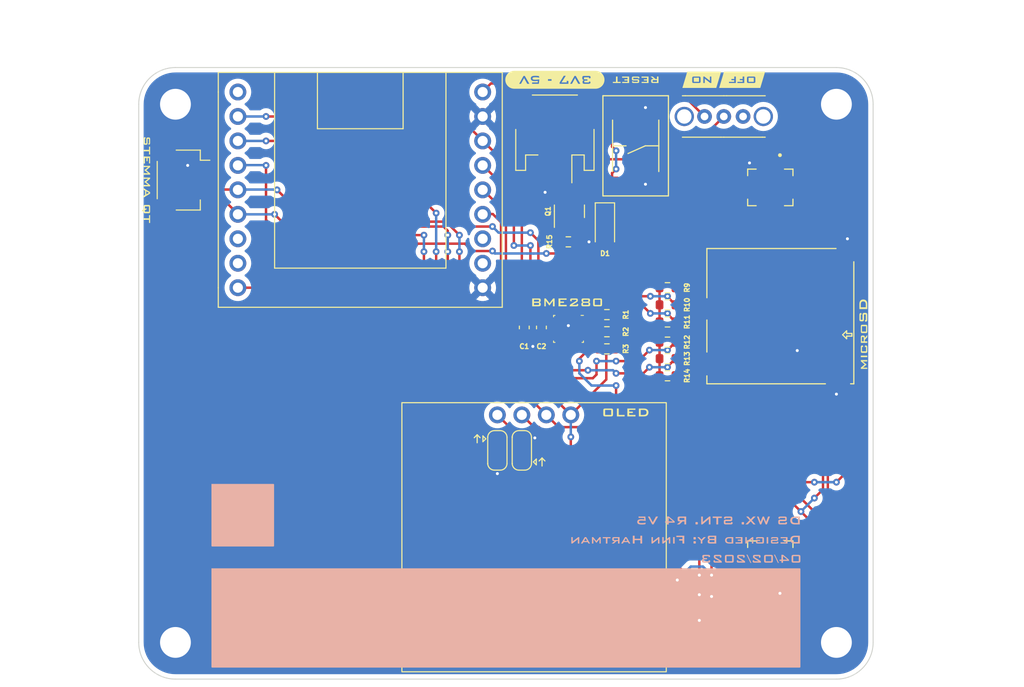
<source format=kicad_pcb>
(kicad_pcb (version 20211014) (generator pcbnew)
  (title_block (title "Destination Weather Station R4") (date "2023-04-02") (rev "04") (comment 1 "Finn Hartman") (comment 2 "PROTOTYPE") (comment 3 "2023"))
  (layers (0 "F.Cu" signal) (31 "B.Cu" power) (34 "B.Paste" user) (35 "F.Paste" user) (36 "B.SilkS" user "B.Silkscreen") (37 "F.SilkS" user "F.Silkscreen") (38 "B.Mask" user) (39 "F.Mask" user) (44 "Edge.Cuts" user))
  (net 0 "")
  (net 1 "+3V3")
  (net 3 "SCL")
  (net 6 "/Q1S")
  (net 7 "GND")
  (net 8 "/Batt+")
  (net 9 "VCC")
  (net 10 "Signal_UVA")
  (net 11 "/OLED1")
  (net 12 "SCK")
  (net 13 "MOSI")
  (net 14 "/OLED2")
  (net 15 "/Q1G")
  (net 16 "/BME_CS")
  (net 19 "Signal_UVB")
  (net 20 "CS_SD")
  (net 21 "SDA")
  (net 25 "/DAT2")
  (net 26 "/DAT1")
  (net 27 "MISO")
  (net 28 "/XIAO_RST")
  (footprint "Resistor_SMD:R_0603_1608Metric" (layer "F.Cu") (at 161.6075 96.774)
    (fp_text reference "R1")
    (fp_text value "10K")
  )
  (footprint "DS-connectors:OLED_module" (layer "F.Cu") (at 154.051 100.838)
    (fp_text reference "U2" hide)
    (fp_text value "OLED_module")
  )
  (footprint "Capacitor_SMD:C_0603_1608Metric" (layer "F.Cu") (at 154.813 98.1075 90)
    (fp_text reference "C2")
    (fp_text value "0.1uF")
  )
  (footprint "DS-connectors:HRS_DF12NB(3.0)-10DP-0.5V(51)" (layer "F.Cu") (at 178.562 122.174)
    (fp_text reference "J2" hide)
    (fp_text value "DF12NB(3.0)-10DP-0.5V(51)")
  )
  (footprint "MountingHole:MountingHole_3.2mm_M3_DIN965_Pad" (layer "F.Cu") (at 185.42 130.81)
    (fp_text reference "H4" hide)
    (fp_text value "M3")
  )
  (footprint "DS-connectors:SW_SPDT" (layer "F.Cu") (at 173.736 69.2)
    (fp_text reference "SW1" hide)
    (fp_text value "SW_SPDT")
  )
  (footprint "Resistor_SMD:R_0603_1608Metric" (layer "F.Cu") (at 167.894 95.758)
    (fp_text reference "R10")
    (fp_text value "10K")
  )
  (footprint "kibuzzard-63A14586" (layer "F.Cu") (at 156.21 72.39 180)
    (fp_text reference "kibuzzard-63A14586" hide)
    (fp_text value "G***" hide)
  )
  (footprint "Resistor_SMD:R_0603_1608Metric" (layer "F.Cu") (at 161.6075 100.33)
    (fp_text reference "R3")
    (fp_text value "10K")
  )
  (footprint "MountingHole:MountingHole_3.2mm_M3_DIN965_Pad" (layer "F.Cu") (at 116.84 74.93)
    (fp_text reference "H1" hide)
    (fp_text value "M3")
  )
  (footprint "DS-connectors:XiaoCarrier" (layer "F.Cu") (at 136.017 68.58)
    (fp_text reference "U3" hide)
    (fp_text value "XiaoCarrier")
  )
  (footprint "MountingHole:MountingHole_3.2mm_M3_DIN965_Pad" (layer "F.Cu") (at 116.84 130.81)
    (fp_text reference "H3" hide)
    (fp_text value "M3")
  )
  (footprint "Resistor_SMD:R_0603_1608Metric" (layer "F.Cu") (at 157.607 89.2175)
    (fp_text reference "R15")
    (fp_text value "100R")
  )
  (footprint "Package_TO_SOT_SMD:SOT-23" (layer "F.Cu") (at 157.718 86.0435 90)
    (fp_text reference "Q1")
    (fp_text value "DMP3056L")
  )
  (footprint "Capacitor_SMD:C_0603_1608Metric" (layer "F.Cu") (at 153.035 98.1075 90)
    (fp_text reference "C1")
    (fp_text value "0.1uF")
  )
  (footprint "kibuzzard-63A1452B" (layer "F.Cu") (at 164.592 72.39 180)
    (fp_text reference "kibuzzard-63A1452B" hide)
    (fp_text value "G***" hide)
  )
  (footprint "kibuzzard-64039D9C" (layer "F.Cu") (at 175.641 72.39 180)
    (fp_text reference "kibuzzard-64039D9C" hide)
    (fp_text value "G***" hide)
  )
  (footprint "Resistor_SMD:R_0603_1608Metric" (layer "F.Cu") (at 161.6075 98.552)
    (fp_text reference "R2")
    (fp_text value "10K")
  )
  (footprint "Resistor_SMD:R_0603_1608Metric" (layer "F.Cu") (at 167.894 97.536)
    (fp_text reference "R11")
    (fp_text value "10K")
  )
  (footprint "kibuzzard-63A14452" (layer "F.Cu") (at 188.214 98.806 90)
    (fp_text reference "kibuzzard-63A14452" hide)
    (fp_text value "G***" hide)
  )
  (footprint "Jumper:SolderJumper-3_P1.3mm_Open_RoundedPad1.0x1.5mm" (layer "F.Cu") (at 152.781 110.871 90)
    (fp_text reference "JP2" hide)
    (fp_text value "Jumper_3_Open")
  )
  (footprint "Diode_SMD:D_SOD-123" (layer "F.Cu") (at 161.401 87.568491 -90)
    (fp_text reference "D1")
    (fp_text value "MMSZ4702T1G")
  )
  (footprint "Resistor_SMD:R_0603_1608Metric" (layer "F.Cu") (at 167.894 93.98)
    (fp_text reference "R9")
    (fp_text value "10K")
  )
  (footprint "kibuzzard-63A147A6" (layer "F.Cu") (at 157.48 95.504)
    (fp_text reference "kibuzzard-63A147A6" hide)
    (fp_text value "G***" hide)
  )
  (footprint "DS-connectors:HRS_DF12NB(3.0)-10DP-0.5V(51)" (layer "F.Cu") (at 178.562 83.566 180)
    (fp_text reference "J1" hide)
    (fp_text value "DF12NB(3.0)-10DP-0.5V(51)")
  )
  (footprint "MF_Connectors:MF_Connectors-MF-MICROSD" (layer "F.Cu") (at 179.6034 96.93402 -90)
    (fp_text reference "J4" hide)
    (fp_text value "Micro_SD_Card_Det")
  )
  (footprint "Connector_JST:JST_PH_S2B-PH-SM4-TB_1x02-1MP_P2.00mm_Horizontal" (layer "F.Cu") (at 156.21 78.486 180)
    (fp_text reference "J3" hide)
    (fp_text value "Power In")
  )
  (footprint "MF_Switches:MF_Switches-TACT6MM" (layer "F.Cu") (at 164.592 79.248 90)
    (fp_text reference "SW2")
    (fp_text value "PTS645SH43SMTR92LFS")
  )
  (footprint "kibuzzard-63A143BA" (layer "F.Cu") (at 163.576 106.934)
    (fp_text reference "kibuzzard-63A143BA" hide)
    (fp_text value "G***" hide)
  )
  (footprint "Connector_JST:JST_SH_SM04B-SRSS-TB_1x04-1MP_P1.00mm_Horizontal" (layer "F.Cu") (at 117.634004 82.804 -90)
    (fp_text reference "J5" hide)
    (fp_text value "STEMMA QT Connector")
  )
  (footprint "Resistor_SMD:R_0603_1608Metric" (layer "F.Cu") (at 167.894 101.346)
    (fp_text reference "R13")
    (fp_text value "10K")
  )
  (footprint "kibuzzard-64039D84" (layer "F.Cu") (at 171.45 72.39)
    (fp_text reference "kibuzzard-64039D84" hide)
    (fp_text value "G***" hide)
  )
  (footprint "Jumper:SolderJumper-3_P1.3mm_Open_RoundedPad1.0x1.5mm" (layer "F.Cu") (at 150.241 110.871 -90)
    (fp_text reference "JP1" hide)
    (fp_text value "Jumper_3_Open")
  )
  (footprint "kibuzzard-63A146BA" (layer "F.Cu") (at 113.792 82.804 -90)
    (fp_text reference "kibuzzard-63A146BA" hide)
    (fp_text value "G***" hide)
  )
  (footprint "Resistor_SMD:R_0603_1608Metric" (layer "F.Cu") (at 167.894 103.124)
    (fp_text reference "R14")
    (fp_text value "10K")
  )
  (footprint "Resistor_SMD:R_0603_1608Metric" (layer "F.Cu") (at 167.894 99.6315)
    (fp_text reference "R12")
    (fp_text value "10K")
  )
  (footprint "DS-sensors:Bosch_LGA-8_2.5x2.5mm_P0.65mm_ClockwisePinNumbering" (layer "F.Cu") (at 157.6234 98.257 -90)
    (fp_text reference "U1" hide)
    (fp_text value "BME280")
  )
  (footprint "MountingHole:MountingHole_3.2mm_M3_DIN965_Pad" (layer "F.Cu") (at 185.42 74.93)
    (fp_text reference "H2" hide)
    (fp_text value "M3")
  )
  (footprint "kibuzzard-6429C5F6" (layer "B.Cu") (at 169.799 120.142 180)
    (fp_text reference "kibuzzard-6429C5F6" hide)
    (fp_text value "G***" hide)
  )
  (gr_rect (start 120.65 133.35) (end 181.61 123.19) (layer "B.SilkS") (width 0.15) (fill solid))
  (gr_rect (start 120.65 114.427) (end 127 120.777) (layer "B.SilkS") (width 0.15) (fill solid))
  (gr_line (start 154.8765 111.66475) (end 154.8765 112.49025) (layer "F.SilkS") (width 0.127))
  (gr_line (start 154.8765 111.66475) (end 155.176524 111.964774) (layer "F.SilkS") (width 0.127))
  (gr_line (start 148.1455 109.25175) (end 148.1455 110.07725) (layer "F.SilkS") (width 0.127))
  (gr_line (start 147.8455 109.551774) (end 148.1455 109.25175) (layer "F.SilkS") (width 0.127))
  (gr_line (start 148.1455 109.25175) (end 148.445524 109.551774) (layer "F.SilkS") (width 0.127))
  (gr_line (start 154.5765 111.964774) (end 154.8765 111.66475) (layer "F.SilkS") (width 0.127))
  (gr_line (start 185.42 71.12) (end 116.84 71.12) (layer "Edge.Cuts") (width 0.1))
  (gr_arc (start 113.03 74.93) (mid 114.145923 72.235923) (end 116.84 71.12) (layer "Edge.Cuts") (width 0.1))
  (gr_line (start 113.03 130.81) (end 113.03 74.93) (layer "Edge.Cuts") (width 0.1))
  (gr_arc (start 116.84 134.62) (mid 114.145923 133.504077) (end 113.03 130.81) (layer "Edge.Cuts") (width 0.1))
  (gr_line (start 185.42 134.62) (end 116.84 134.62) (layer "Edge.Cuts") (width 0.1))
  (gr_line (start 189.23 130.81) (end 189.23 74.93) (layer "Edge.Cuts") (width 0.1))
  (gr_arc (start 185.42 71.12) (mid 188.114077 72.235923) (end 189.23 74.93) (layer "Edge.Cuts") (width 0.1))
  (gr_arc (start 189.23 130.81) (mid 188.114077 133.504077) (end 185.42 134.62) (layer "Edge.Cuts") (width 0.1))
  (segment (start 178.562 80.518) (end 178.562 81.766) (width 0.254) (layer "F.Cu") (net 1))
  (segment (start 174.625 80.899) (end 175.514 80.01) (width 0.254) (layer "F.Cu") (net 1))
  (segment (start 155.829 97.536) (end 155.829 97.4852) (width 0.25) (layer "F.Cu") (net 1))
  (segment (start 119.642 82.296) (end 121.031 82.296) (width 0.254) (layer "F.Cu") (net 1))
  (segment (start 178.2064 125.73) (end 178.562 125.3744) (width 0.254) (layer "F.Cu") (net 1))
  (segment (start 155.575 97.282) (end 155.702 97.282) (width 0.25) (layer "F.Cu") (net 1))
  (segment (start 152.781 113.538) (end 152.781 112.171) (width 0.254) (layer "F.Cu") (net 1))
  (segment (start 162.432 98.552) (end 162.432 100.33) (width 0.254) (layer "F.Cu") (net 1))
  (segment (start 181.356 98.552) (end 170.18 98.552) (width 0.254) (layer "F.Cu") (net 1))
  (segment (start 182.95366 98.29292) (end 181.61108 98.29292) (width 0.25) (layer "F.Cu") (net 1))
  (segment (start 152.4635 113.8555) (end 152.781 113.538) (width 0.254) (layer "F.Cu") (net 1))
  (segment (start 148.717 113.411) (end 149.479 114.173) (width 0.254) (layer "F.Cu") (net 1))
  (segment (start 172.466 123.825) (end 172.466 113.538) (width 0.254) (layer "F.Cu") (net 1))
  (segment (start 162.432 98.552) (end 167.006 98.552) (width 0.254) (layer "F.Cu") (net 1))
  (segment (start 167.069 108.141) (end 167.069 103.124) (width 0.254) (layer "F.Cu") (net 1))
  (segment (start 119.634 82.304) (end 119.642 82.296) (width 0.254) (layer "F.Cu") (net 1))
  (segment (start 149.479 114.173) (end 152.146 114.173) (width 0.254) (layer "F.Cu") (net 1))
  (segment (start 162.941 124.333) (end 152.4635 113.8555) (width 0.254) (layer "F.Cu") (net 1))
  (segment (start 167.069 101.346) (end 167.069 99.568) (width 0.254) (layer "F.Cu") (net 1))
  (segment (start 167.069 103.124) (end 167.069 101.346) (width 0.254) (layer "F.Cu") (net 1))
  (segment (start 168.91 124.333) (end 162.941 124.333) (width 0.254) (layer "F.Cu") (net 1))
  (segment (start 155.829 97.282) (end 155.829 97.536) (width 0.25) (layer "F.Cu") (net 1))
  (segment (start 167.069 93.98) (end 167.069 92.773) (width 0.254) (layer "F.Cu") (net 1))
  (segment (start 156.0322 97.3328) (end 156.0322 97.282) (width 0.25) (layer "F.Cu") (net 1))
  (segment (start 152.781 94.9325) (end 153.035 95.1865) (width 0.254) (layer "F.Cu") (net 1))
  (segment (start 156.113 98.582) (end 156.5984 98.582) (width 0.25) (layer "F.Cu") (net 1))
  (segment (start 155.829 97.536) (end 155.829 98.298) (width 0.25) (layer "F.Cu") (net 1))
  (segment (start 167.069 95.758) (end 167.069 93.98) (width 0.254) (layer "F.Cu") (net 1))
  (segment (start 170.18 98.552) (end 167.006 98.552) (width 0.254) (layer "F.Cu") (net 1))
  (segment (start 121.666 81.661) (end 121.666 72.771) (width 0.254) (layer "F.Cu") (net 1))
  (segment (start 122.555 71.882) (end 141.891 71.882) (width 0.254) (layer "F.Cu") (net 1))
  (segment (start 153.035 97.282) (end 154.813 97.282) (width 0.25) (layer "F.Cu") (net 1))
  (segment (start 156.591 96.9645) (end 157.6705 95.885) (width 0.254) (layer "F.Cu") (net 1))
  (segment (start 149.255 109.571) (end 148.717 110.109) (width 0.254) (layer "F.Cu") (net 1))
  (segment (start 150.241 109.571) (end 149.255 109.571) (width 0.254) (layer "F.Cu") (net 1))
  (segment (start 172.7765 125.73) (end 178.2064 125.73) (width 0.254) (layer "F.Cu") (net 1))
  (segment (start 154.813 97.282) (end 155.575 97.282) (width 0.25) (layer "F.Cu") (net 1))
  (segment (start 156.0322 97.282) (end 155.702 97.282) (width 0.25) (layer "F.Cu") (net 1))
  (segment (start 152.781 82.772) (end 152.781 94.9325) (width 0.254) (layer "F.Cu") (net 1))
  (segment (start 181.61 98.298) (end 181.356 98.552) (width 0.254) (layer "F.Cu") (net 1))
  (segment (start 121.666 72.771) (end 122.555 71.882) (width 0.254) (layer "F.Cu") (net 1))
  (segment (start 174.625 85.217) (end 174.625 80.899) (width 0.254) (layer "F.Cu") (net 1))
  (segment (start 167.069 98.489) (end 167.069 97.536) (width 0.254) (layer "F.Cu") (net 1))
  (segment (start 155.829 98.298) (end 156.113 98.582) (width 0.25) (layer "F.Cu") (net 1))
  (segment (start 172.466 126.0405) (end 172.7765 125.73) (width 0.254) (layer "F.Cu") (net 1))
  (segment (start 141.891 71.882) (end 152.781 82.772) (width 0.254) (layer "F.Cu") (net 1))
  (segment (start 167.069 97.536) (end 167.069 95.758) (width 0.254) (layer "F.Cu") (net 1))
  (segment (start 152.146 114.173) (end 152.4635 113.8555) (width 0.254) (layer "F.Cu") (net 1))
  (segment (start 157.6705 95.885) (end 162.179 95.885) (width 0.254) (layer "F.Cu") (net 1))
  (segment (start 178.562 125.3744) (end 178.562 123.974) (width 0.254) (layer "F.Cu") (net 1))
  (segment (start 162.432 96.138) (end 162.432 96.774) (width 0.254) (layer "F.Cu") (net 1))
  (segment (start 167.006 98.552) (end 167.069 98.489) (width 0.254) (layer "F.Cu") (net 1))
  (segment (start 162.432 96.774) (end 162.432 98.552) (width 0.254) (layer "F.Cu") (net 1))
  (segment (start 155.829 97.536) (end 156.0322 97.3328) (width 0.25) (layer "F.Cu") (net 1))
  (segment (start 178.054 80.01) (end 178.562 80.518) (width 0.254) (layer "F.Cu") (net 1))
  (segment (start 121.031 82.296) (end 121.666 81.661) (width 0.254) (layer "F.Cu") (net 1))
  (segment (start 156.591 97.282) (end 156.591 96.9645) (width 0.254) (layer "F.Cu") (net 1))
  (segment (start 167.069 92.773) (end 174.625 85.217) (width 0.254) (layer "F.Cu") (net 1))
  (segment (start 156.591 97.282) (end 156.0322 97.282) (width 0.25) (layer "F.Cu") (net 1))
  (segment (start 148.717 110.109) (end 148.717 113.411) (width 0.254) (layer "F.Cu") (net 1))
  (segment (start 175.514 80.01) (end 178.054 80.01) (width 0.254) (layer "F.Cu") (net 1))
  (segment (start 153.035 95.1865) (end 153.035 97.282) (width 0.25) (layer "F.Cu") (net 1))
  (segment (start 167.069 99.568) (end 167.069 98.489) (width 0.254) (layer "F.Cu") (net 1))
  (segment (start 172.466 113.538) (end 167.069 108.141) (width 0.254) (layer "F.Cu") (net 1))
  (segment (start 155.829 97.536) (end 155.575 97.282) (width 0.25) (layer "F.Cu") (net 1))
  (segment (start 162.179 95.885) (end 162.432 96.138) (width 0.254) (layer "F.Cu") (net 1))
  (via (at 172.466 126.0405) (size 0.7) (drill 0.31) (layers "F.Cu" "B.Cu") (net 1))
  (via (at 168.91 124.333) (size 0.7) (drill 0.31) (layers "F.Cu" "B.Cu") (net 1))
  (via (at 172.466 123.825) (size 0.7) (drill 0.31) (layers "F.Cu" "B.Cu") (net 1))
  (segment (start 171.577 122.936) (end 172.466 123.825) (width 0.254) (layer "B.Cu") (net 1))
  (segment (start 168.91 124.333) (end 170.307 122.936) (width 0.254) (layer "B.Cu") (net 1))
  (segment (start 172.466 123.825) (end 172.466 126.0405) (width 0.254) (layer "B.Cu") (net 1))
  (segment (start 170.307 122.936) (end 171.577 122.936) (width 0.254) (layer "B.Cu") (net 1))
  (segment (start 159.5755 100.1395) (end 158.668 99.232) (width 0.254) (layer "F.Cu") (net 3))
  (segment (start 171.196 123.825) (end 171.196 119.634) (width 0.254) (layer "F.Cu") (net 3))
  (segment (start 171.196 128.524) (end 180.467 128.524) (width 0.254) (layer "F.Cu") (net 3))
  (segment (start 159.639 100.457) (end 159.766 100.33) (width 0.254) (layer "F.Cu") (net 3))
  (segment (start 159.5755 100.1395) (end 159.639 100.203) (width 0.254) (layer "F.Cu") (net 3))
  (segment (start 145.0975 88.0745) (end 144.653 87.63) (width 0.254) (layer "F.Cu") (net 3))
  (segment (start 159.639 100.203) (end 159.639 100.457) (width 0.254) (layer "F.Cu") (net 3))
  (segment (start 160.274 108.712) (end 160.2994 108.7374) (width 0.254) (layer "F.Cu") (net 3))
  (segment (start 162.56 105.918) (end 160.274 108.204) (width 0.254) (layer "F.Cu") (net 3))
  (segment (start 160.274 108.204) (end 160.274 108.712) (width 0.254) (layer "F.Cu") (net 3))
  (segment (start 178.062 124.96) (end 178.062 123.974) (width 0.254) (layer "F.Cu") (net 3))
  (segment (start 179.451 79.756) (end 179.062 80.145) (width 0.254) (layer "F.Cu") (net 3))
  (segment (start 158.668 99.232) (end 158.6484 99.232) (width 0.254) (layer "F.Cu") (net 3))
  (segment (start 160.7825 100.33) (end 159.766 100.33) (width 0.254) (layer "F.Cu") (net 3))
  (segment (start 145.0975 96.9645) (end 155.321 107.188) (width 0.254) (layer "F.Cu") (net 3))
  (segment (start 179.062 80.145) (end 179.062 81.766) (width 0.254) (layer "F.Cu") (net 3))
  (segment (start 184.023 82.042) (end 181.737 79.756) (width 0.254) (layer "F.Cu") (net 3))
  (segment (start 156.591 108.458) (end 155.321 107.188) (width 0.254) (layer "F.Cu") (net 3))
  (segment (start 128.397 87.63) (end 127.127 86.36) (width 0.254) (layer "F.Cu") (net 3))
  (segment (start 144.653 87.63) (end 128.397 87.63) (width 0.254) (layer "F.Cu") (net 3))
  (segment (start 160.2994 108.7374) (end 160.02 108.458) (width 0.254) (layer "F.Cu") (net 3))
  (segment (start 181.737 79.756) (end 179.451 79.756) (width 0.254) (layer "F.Cu") (net 3))
  (segment (start 158.75 101.6) (end 158.75 101.346) (width 0.254) (layer "F.Cu") (net 3))
  (segment (start 171.196 125.857) (end 171.839 125.214) (width 0.254) (layer "F.Cu") (net 3))
  (segment (start 160.274 108.204) (end 160.02 108.458) (width 0.254) (layer "F.Cu") (net 3))
  (segment (start 160.02 108.458) (end 156.591 108.458) (width 0.254) (layer "F.Cu") (net 3))
  (segment (start 177.808 125.214) (end 178.062 124.96) (width 0.254) (layer "F.Cu") (net 3))
  (segment (start 188.087 94.869) (end 184.023 90.805) (width 0.254) (layer "F.Cu") (net 3))
  (segment (start 171.839 125.214) (end 177.808 125.214) (width 0.254) (layer "F.Cu") (net 3))
  (segment (start 145.0975 88.519) (end 145.0975 88.0745) (width 0.254) (layer "F.Cu") (net 3))
  (segment (start 171.196 119.634) (end 160.2994 108.7374) (width 0.254) (layer "F.Cu") (net 3))
  (segment (start 188.087 120.904) (end 188.087 94.869) (width 0.254) (layer "F.Cu") (net 3))
  (segment (start 159.766 100.33) (end 159.5755 100.1395) (width 0.254) (layer "F.Cu") (net 3))
  (segment (start 123.317 86.328) (end 121.293 84.304) (width 0.254) (layer "F.Cu") (net 3))
  (segment (start 180.467 128.524) (end 188.087 120.904) (width 0.254) (layer "F.Cu") (net 3))
  (segment (start 162.56 104.14) (end 162.56 105.918) (width 0.254) (layer "F.Cu") (net 3))
  (segment (start 158.75 101.346) (end 159.639 100.457) (width 0.254) (layer "F.Cu") (net 3))
  (segment (start 184.023 90.805) (end 184.023 82.042) (width 0.254) (layer "F.Cu") (net 3))
  (segment (start 145.0975 90.2345) (end 145.0975 96.9645) (width 0.254) (layer "F.Cu") (net 3))
  (segment (start 121.293 84.304) (end 119.634 84.304) (width 0.254) (layer "F.Cu") (net 3))
  (via (at 171.196 125.857) (size 0.7) (drill 0.31) (layers "F.Cu" "B.Cu") (net 3))
  (via (at 145.0975 88.519) (size 0.7) (drill 0.31) (layers "F.Cu" "B.Cu") (net 3))
  (via (at 171.196 123.825) (size 0.7) (drill 0.31) (layers "F.Cu" "B.Cu") (net 3))
  (via (at 171.196 128.524) (size 0.7) (drill 0.31) (layers "F.Cu" "B.Cu") (net 3))
  (via (at 162.56 104.14) (size 0.7) (drill 0.31) (layers "F.Cu" "B.Cu") (net 3))
  (via (at 145.0975 90.2345) (size 0.7) (drill 0.31) (layers "F.Cu" "B.Cu") (net 3))
  (via (at 127.127 86.36) (size 0.7) (drill 0.31) (layers "F.Cu" "B.Cu") (net 3))
  (via (at 158.75 101.6) (size 0.7) (drill 0.31) (layers "F.Cu" "B.Cu") (net 3))
  (segment (start 162.56 104.14) (end 160.02 104.14) (width 0.254) (layer "B.Cu") (net 3))
  (segment (start 171.196 128.524) (end 171.196 125.857) (width 0.254) (layer "B.Cu") (net 3))
  (segment (start 127.127 86.36) (end 123.317 86.36) (width 0.254) (layer "B.Cu") (net 3))
  (segment (start 158.75 102.87) (end 158.75 101.6) (width 0.254) (layer "B.Cu") (net 3))
  (segment (start 160.02 104.14) (end 158.75 102.87) (width 0.254) (layer "B.Cu") (net 3))
  (segment (start 171.196 123.825) (end 171.196 125.857) (width 0.254) (layer "B.Cu") (net 3))
  (segment (start 145.0975 90.2345) (end 145.0975 88.519) (width 0.254) (layer "B.Cu") (net 3))
  (segment (start 161.036 84.582) (end 161.036 81.407) (width 0.25) (layer "F.Cu") (net 6))
  (segment (start 161.401 84.947) (end 161.036 84.582) (width 0.25) (layer "F.Cu") (net 6))
  (segment (start 161.798 80.645) (end 169.291 80.645) (width 0.25) (layer "F.Cu") (net 6))
  (segment (start 161.401 85.918491) (end 161.401 84.947) (width 0.25) (layer "F.Cu") (net 6))
  (segment (start 169.291 80.645) (end 173.736 76.2) (width 0.25) (layer "F.Cu") (net 6))
  (segment (start 159.1935 86.981) (end 160.256 85.9185) (width 0.254) (layer "F.Cu") (net 6))
  (segment (start 161.036 81.407) (end 161.798 80.645) (width 0.25) (layer "F.Cu") (net 6))
  (segment (start 160.256 85.9185) (end 161.401 85.9185) (width 0.254) (layer "F.Cu") (net 6))
  (segment (start 158.668 86.981) (end 159.1935 86.981) (width 0.254) (layer "F.Cu") (net 6))
  (segment (start 157.607 97.917) (end 156.6134 97.917) (width 0.25) (layer "F.Cu") (net 7))
  (segment (start 177.143 81.766) (end 177.562 81.766) (width 0.25) (layer "F.Cu") (net 7))
  (segment (start 157.607 98.566716) (end 156.941716 99.232) (width 0.25) (layer "F.Cu") (net 7))
  (segment (start 167.04056 75.27544) (end 165.608 75.27544) (width 0.25) (layer "F.Cu") (net 7))
  (segment (start 118.11 81.28) (end 118.134 81.304) (width 0.254) (layer "F.Cu") (net 7))
  (segment (start 153.924 98.858) (end 153.898 98.832) (width 0.25) (layer "F.Cu") (net 7))
  (segment (start 185.42 105.029) (end 185.60288 104.84612) (width 0.25) (layer "F.Cu") (net 7))
  (segment (start 158.242 97.282) (end 158.6484 97.282) (width 0.25) (layer "F.Cu") (net 7))
  (segment (start 181.356 100.506496) (end 181.367396 100.4951) (width 0.25) (layer "F.Cu") (net 7))
  (segment (start 181.367396 100.4951) (end 182.95366 100.4951) (width 0.25) (layer "F.Cu") (net 7))
  (segment (start 157.607 97.917) (end 157.607 98.566716) (width 0.25) (layer "F.Cu") (net 7))
  (segment (start 153.924 99.1235) (end 154.2155 98.832) (width 0.25) (layer "F.Cu") (net 7))
  (segment (start 176.403 81.026) (end 177.143 81.766) (width 0.25) (layer "F.Cu") (net 7))
  (segment (start 154.813 98.832) (end 154.2155 98.832) (width 0.25) (layer "F.Cu") (net 7))
  (segment (start 153.924 99.1235) (end 153.644 98.8435) (width 0.25) (layer "F.Cu") (net 7))
  (segment (start 153.924 99.1235) (end 153.924 98.858) (width 0.25) (layer "F.Cu") (net 7))
  (segment (start 185.60288 104.84612) (end 185.60288 103.49484) (width 0.25) (layer "F.Cu") (net 7))
  (segment (start 118.134 81.304) (end 119.634 81.304) (width 0.254) (layer "F.Cu") (net 7))
  (segment (start 179.562 123.974) (end 179.562 125.714) (width 0.25) (layer "F.Cu") (net 7))
  (segment (start 153.644 98.8435) (end 153.644 98.832) (width 0.25) (layer "F.Cu") (net 7))
  (segment (start 158.416 89.2185) (end 159.75 89.2185) (width 0.254) (layer "F.Cu") (net 7))
  (segment (start 152.7856 109.5756) (end 152.781 109.571) (width 0.254) (layer "F.Cu") (net 7))
  (segment (start 155.21 81.336) (end 155.21 84.058) (width 0.254) (layer "F.Cu") (net 7))
  (segment (start 150.241 112.171) (end 150.241 113.284) (width 0.25) (layer "F.Cu") (net 7))
  (segment (start 186.60364 88.94064) (end 186.60364 90.3478) (width 0.25) (layer "F.Cu") (net 7))
  (segment (start 153.898 98.832) (end 153.644 98.832) (width 0.25) (layer "F.Cu") (net 7))
  (segment (start 165.62324 83.22056) (end 167.04056 83.22056) (width 0.25) (layer "F.Cu") (net 7))
  (segment (start 186.563 88.9) (end 186.60364 88.94064) (width 0.25) (layer "F.Cu") (net 7))
  (segment (start 156.6134 97.917) (end 156.5984 97.932) (width 0.25) (layer "F.Cu") (net 7))
  (segment (start 159.75 89.2185) (end 161.401 89.2185) (width 0.254) (layer "F.Cu") (net 7))
  (segment (start 156.941716 99.232) (end 156.5984 99.232) (width 0.25) (layer "F.Cu") (net 7))
  (segment (start 154.2155 98.832) (end 153.898 98.832) (width 0.25) (layer "F.Cu") (net 7))
  (segment (start 154.1272 109.5756) (end 152.7856 109.5756) (width 0.254) (layer "F.Cu") (net 7))
  (segment (start 155.21 84.058) (end 155.194 84.074) (width 0.254) (layer "F.Cu") (net 7))
  (segment (start 153.644 98.832) (end 153.035 98.832) (width 0.25) (layer "F.Cu") (net 7))
  (segment (start 153.924 100.076) (end 153.924 99.1235) (width 0.25) (layer "F.Cu") (net 7))
  (segment (start 157.607 97.917) (end 158.242 97.282) (width 0.25) (layer "F.Cu") (net 7))
  (segment (start 165.608 83.2358) (end 165.62324 83.22056) (width 0.25) (layer "F.Cu") (net 7))
  (via (at 176.403 81.026) (size 0.7) (drill 0.31) (layers "F.Cu" "B.Cu") (net 7))
  (via (at 186.563 88.9) (size 0.7) (drill 0.31) (layers "F.Cu" "B.Cu") (net 7))
  (via (at 118.11 81.28) (size 0.7) (drill 0.31) (layers "F.Cu" "B.Cu") (net 7))
  (via (at 159.75 89.2185) (size 0.7) (drill 0.31) (layers "F.Cu" "B.Cu") (net 7))
  (via (at 185.42 105.029) (size 0.7) (drill 0.31) (layers "F.Cu" "B.Cu") (net 7))
  (via (at 165.608 75.27544) (size 0.7) (drill 0.31) (layers "F.Cu" "B.Cu") (net 7))
  (via (at 165.608 83.2358) (size 0.7) (drill 0.31) (layers "F.Cu" "B.Cu") (net 7))
  (via (at 153.924 100.076) (size 0.7) (drill 0.31) (layers "F.Cu" "B.Cu") (net 7))
  (via (at 154.1272 109.5756) (size 0.7) (drill 0.31) (layers "F.Cu" "B.Cu") (net 7))
  (via (at 179.562 125.714) (size 0.7) (drill 0.31) (layers "F.Cu" "B.Cu") (net 7))
  (via (at 155.194 84.074) (size 0.7) (drill 0.31) (layers "F.Cu" "B.Cu") (net 7))
  (via (at 181.356 100.506496) (size 0.7) (drill 0.31) (layers "F.Cu" "B.Cu") (net 7))
  (via (at 157.607 97.917) (size 0.7) (drill 0.31) (layers "F.Cu" "B.Cu") (net 7))
  (via (at 150.241 113.284) (size 0.7) (drill 0.31) (layers "F.Cu" "B.Cu") (net 7))
  (segment (start 157.21 83.55) (end 157.718 84.058) (width 0.254) (layer "F.Cu") (net 8))
  (segment (start 157.21 81.336) (end 157.21 83.55) (width 0.254) (layer "F.Cu") (net 8))
  (segment (start 157.718 84.058) (end 157.718 85.106) (width 0.254) (layer "F.Cu") (net 8))
  (segment (start 148.717 73.628) (end 149.574 72.771) (width 0.25) (layer "F.Cu") (net 9))
  (segment (start 168.307 72.771) (end 171.736 76.2) (width 0.254) (layer "F.Cu") (net 9))
  (segment (start 149.574 72.771) (end 150.114 72.771) (width 0.25) (layer "F.Cu") (net 9))
  (segment (start 150.114 72.771) (end 168.307 72.771) (width 0.254) (layer "F.Cu") (net 9))
  (segment (start 143.891 86.233) (end 136.398 78.74) (width 0.254) (layer "F.Cu") (net 10))
  (segment (start 158.369 126.873) (end 157.226 125.73) (width 0.254) (layer "F.Cu") (net 10))
  (segment (start 183.134 115.824) (end 184.02796 114.93004) (width 0.25) (layer "F.Cu") (net 10))
  (segment (start 182.372 124.841) (end 180.34 126.873) (width 0.254) (layer "F.Cu") (net 10))
  (segment (start 181.737 117.221) (end 182.372 117.856) (width 0.254) (layer "F.Cu") (net 10))
  (segment (start 182.372 117.856) (end 182.372 124.841) (width 0.254) (layer "F.Cu") (net 10))
  (segment (start 184.02796 114.93004) (end 184.02796 93.85796) (width 0.25) (layer "F.Cu") (net 10))
  (segment (start 184.02796 93.85796) (end 179.062 88.892) (width 0.25) (layer "F.Cu") (net 10))
  (segment (start 143.891 111.99098) (end 143.891 90.2345) (width 0.25) (layer "F.Cu") (net 10))
  (segment (start 136.398 78.74) (end 126.238 78.74) (width 0.254) (layer "F.Cu") (net 10))
  (segment (start 181.102 116.586) (end 178.562 116.586) (width 0.254) (layer "F.Cu") (net 10))
  (segment (start 178.562 116.586) (end 178.062 117.086) (width 0.254) (layer "F.Cu") (net 10))
  (segment (start 178.062 117.086) (end 178.062 120.374) (width 0.254) (layer "F.Cu") (net 10))
  (segment (start 143.891 112.395) (end 157.226 125.73) (width 0.25) (layer "F.Cu") (net 10))
  (segment (start 179.062 88.892) (end 179.062 85.366) (width 0.25) (layer "F.Cu") (net 10))
  (segment (start 143.891 112.014) (end 143.891 112.395) (width 0.25) (layer "F.Cu") (net 10))
  (segment (start 181.737 117.221) (end 181.102 116.586) (width 0.254) (layer "F.Cu") (net 10))
  (segment (start 180.34 126.873) (end 158.369 126.873) (width 0.254) (layer "F.Cu") (net 10))
  (via (at 126.238 78.74) (size 0.7) (drill 0.31) (layers "F.Cu" "B.Cu") (net 10))
  (via (at 181.737 117.221) (size 0.7) (drill 0.31) (layers "F.Cu" "B.Cu") (net 10))
  (via (at 143.891 86.233) (size 0.7) (drill 0.31) (layers "F.Cu" "B.Cu") (net 10))
  (via (at 183.134 115.824) (size 0.7) (drill 0.31) (layers "F.Cu" "B.Cu") (net 10))
  (via (at 143.891 90.2345) (size 0.7) (drill 0.31) (layers "F.Cu" "B.Cu") (net 10))
  (segment (start 183.134 115.824) (end 181.737 117.221) (width 0.25) (layer "B.Cu") (net 10))
  (segment (start 143.891 90.2345) (end 143.891 86.233) (width 0.254) (layer "B.Cu") (net 10))
  (segment (start 126.238 78.74) (end 123.317 78.74) (width 0.254) (layer "B.Cu") (net 10))
  (segment (start 151.511 108.458) (end 150.241 107.188) (width 0.25) (layer "F.Cu") (net 11))
  (segment (start 151.511 110.49) (end 151.511 108.458) (width 0.25) (layer "F.Cu") (net 11))
  (segment (start 150.241 110.871) (end 151.13 110.871) (width 0.25) (layer "F.Cu") (net 11))
  (segment (start 151.13 110.871) (end 151.511 110.49) (width 0.25) (layer "F.Cu") (net 11))
  (segment (start 149.7645 86.328) (end 148.717 86.328) (width 0.254) (layer "F.Cu") (net 12))
  (segment (start 181.15026 99.39274) (end 182.753 99.39274) (width 0.254) (layer "F.Cu") (net 12))
  (segment (start 168.783 99.568) (end 180.975 99.568) (width 0.254) (layer "F.Cu") (net 12))
  (segment (start 164.877 101.6) (end 166.02 100.457) (width 0.254) (layer "F.Cu") (net 12))
  (segment (start 160.147 103.378) (end 154.686 103.378) (width 0.254) (layer "F.Cu") (net 12))
  (segment (start 180.975 99.568) (end 181.15026 99.39274) (width 0.254) (layer "F.Cu") (net 12))
  (segment (start 160.528 101.6) (end 160.528 102.997) (width 0.254) (layer "F.Cu") (net 12))
  (segment (start 154.686 103.378) (end 150.622 99.314) (width 0.254) (layer "F.Cu") (net 12))
  (segment (start 162.56 101.6) (end 164.877 101.6) (width 0.254) (layer "F.Cu") (net 12))
  (segment (start 160.528 102.997) (end 160.147 103.378) (width 0.254) (layer "F.Cu") (net 12))
  (segment (start 167.894 100.457) (end 168.783 99.568) (width 0.254) (layer "F.Cu") (net 12))
  (segment (start 150.622 87.1855) (end 149.7645 86.328) (width 0.254) (layer "F.Cu") (net 12))
  (segment (start 150.622 99.314) (end 150.622 87.1855) (width 0.254) (layer "F.Cu") (net 12))
  (via (at 160.528 101.6) (size 0.7) (drill 0.31) (layers "F.Cu" "B.Cu") (net 12))
  (via (at 166.02 100.457) (size 0.7) (drill 0.31) (layers "F.Cu" "B.Cu") (net 12))
  (via (at 167.894 100.457) (size 0.7) (drill 0.31) (layers "F.Cu" "B.Cu") (net 12))
  (via (at 162.56 101.6) (size 0.7) (drill 0.31) (layers "F.Cu" "B.Cu") (net 12))
  (segment (start 160.528 101.6) (end 162.56 101.6) (width 0.254) (layer "B.Cu") (net 12))
  (segment (start 166.02 100.457) (end 167.894 100.457) (width 0.254) (layer "B.Cu") (net 12))
  (segment (start 170.18 97.536) (end 179.832 97.536) (width 0.254) (layer "F.Cu") (net 13))
  (segment (start 182.753 97.1931) (end 181.5269 97.1931) (width 0.25) (layer "F.Cu") (net 13))
  (segment (start 153.67 89.5985) (end 153.67 94.488) (width 0.254) (layer "F.Cu") (net 13))
  (segment (start 167.894 96.647) (end 167.894 96.711) (width 0.254) (layer "F.Cu") (net 13))
  (segment (start 181.5269 97.1931) (end 181.524 97.196) (width 0.25) (layer "F.Cu") (net 13))
  (segment (start 179.832 97.536) (end 180.172 97.196) (width 0.254) (layer "F.Cu") (net 13))
  (segment (start 154.559 95.377) (end 164.846 95.377) (width 0.254) (layer "F.Cu") (net 13))
  (segment (start 167.894 96.711) (end 168.719 97.536) (width 0.254) (layer "F.Cu") (net 13))
  (segment (start 153.67 94.488) (end 154.559 95.377) (width 0.254) (layer "F.Cu") (net 13))
  (segment (start 168.719 97.536) (end 170.18 97.536) (width 0.254) (layer "F.Cu") (net 13))
  (segment (start 151.9545 89.5975) (end 151.9545 84.4855) (width 0.254) (layer "F.Cu") (net 13))
  (segment (start 151.9545 84.4855) (end 148.717 81.248) (width 0.254) (layer "F.Cu") (net 13))
  (segment (start 180.172 97.196) (end 181.524 97.196) (width 0.254) (layer "F.Cu") (net 13))
  (segment (start 164.846 95.377) (end 166.116 96.647) (width 0.254) (layer "F.Cu") (net 13))
  (via (at 153.67 89.5985) (size 0.7) (drill 0.31) (layers "F.Cu" "B.Cu") (net 13))
  (via (at 167.894 96.647) (size 0.7) (drill 0.31) (layers "F.Cu" "B.Cu") (net 13))
  (via (at 151.9545 89.5975) (size 0.7) (drill 0.31) (layers "F.Cu" "B.Cu") (net 13))
  (via (at 166.116 96.647) (size 0.7) (drill 0.31) (layers "F.Cu" "B.Cu") (net 13))
  (segment (start 151.9545 89.5975) (end 151.9555 89.5985) (width 0.254) (layer "B.Cu") (net 13))
  (segment (start 151.9555 89.5985) (end 153.67 89.5985) (width 0.254) (layer "B.Cu") (net 13))
  (segment (start 167.894 96.647) (end 166.116 96.647) (width 0.254) (layer "B.Cu") (net 13))
  (segment (start 154.178 110.871) (end 154.9522 110.0968) (width 0.25) (layer "F.Cu") (net 14))
  (segment (start 152.781 107.188) (end 154.051 108.458) (width 0.254) (layer "F.Cu") (net 14))
  (segment (start 152.781 110.871) (end 154.178 110.871) (width 0.25) (layer "F.Cu") (net 14))
  (segment (start 154.9522 110.0968) (end 154.9522 108.8512) (width 0.25) (layer "F.Cu") (net 14))
  (segment (start 154.559 108.458) (end 154.9522 108.8512) (width 0.254) (layer "F.Cu") (net 14))
  (segment (start 154.051 108.458) (end 154.559 108.458) (width 0.254) (layer "F.Cu") (net 14))
  (segment (start 156.768 88.2645) (end 156.766 88.2665) (width 0.254) (layer "F.Cu") (net 15))
  (segment (start 156.768 86.981) (end 156.768 88.2645) (width 0.254) (layer "F.Cu") (net 15))
  (segment (start 156.766 89.2185) (end 156.766 88.2665) (width 0.254) (layer "F.Cu") (net 15))
  (segment (start 159.116 97.932) (end 158.6484 97.932) (width 0.25) (layer "F.Cu") (net 16))
  (segment (start 160.274 96.774) (end 159.116 97.932) (width 0.25) (layer "F.Cu") (net 16))
  (segment (start 160.782 96.774) (end 160.274 96.774) (width 0.254) (layer "F.Cu") (net 16))
  (segment (start 186.87784 95.94584) (end 179.562 88.63) (width 0.25) (layer "F.Cu") (net 19))
  (segment (start 180.721 127.381) (end 171.984555 127.381) (width 0.254) (layer "F.Cu") (net 19))
  (segment (start 142.621 90.2345) (end 142.621 113.157) (width 0.254) (layer "F.Cu") (net 19))
  (segment (start 181.7116 115.824) (end 182.9816 117.094) (width 0.254) (layer "F.Cu") (net 19))
  (segment (start 182.9816 117.348) (end 183.2356 117.094) (width 0.254) (layer "F.Cu") (net 19))
  (segment (start 183.2356 117.094) (end 183.388 117.094) (width 0.254) (layer "F.Cu") (net 19))
  (segment (start 171.297945 127.3795) (end 171.296445 127.381) (width 0.254) (layer "F.Cu") (net 19))
  (segment (start 182.9816 117.094) (end 182.9816 117.3988) (width 0.254) (layer "F.Cu") (net 19))
  (segment (start 184.023 117.094) (end 184.531 116.586) (width 0.25) (layer "F.Cu") (net 19))
  (segment (start 142.621 113.157) (end 156.083 126.619) (width 0.25) (layer "F.Cu") (net 19))
  (segment (start 182.9816 117.094) (end 183.2356 117.094) (width 0.254) (layer "F.Cu") (net 19))
  (segment (start 142.621 88.519) (end 127.811952 88.519) (width 0.254) (layer "F.Cu") (net 19))
  (segment (start 156.845 127.381) (end 156.083 126.619) (width 0.254) (layer "F.Cu") (net 19))
  (segment (start 171.983055 127.3795) (end 171.297945 127.3795) (width 0.254) (layer "F.Cu") (net 19))
  (segment (start 178.562 115.824) (end 181.7116 115.824) (width 0.254) (layer "F.Cu") (net 19))
  (segment (start 182.9816 117.3988) (end 182.9816 117.348) (width 0.254) (layer "F.Cu") (net 19))
  (segment (start 177.562 120.374) (end 177.562 116.824) (width 0.254) (layer "F.Cu") (net 19))
  (segment (start 171.296445 127.381) (end 156.845 127.381) (width 0.254) (layer "F.Cu") (net 19))
  (segment (start 182.9816 117.3988) (end 182.9816 125.1204) (width 0.254) (layer "F.Cu") (net 19))
  (segment (start 177.562 116.824) (end 178.562 115.824) (width 0.254) (layer "F.Cu") (net 19))
  (segment (start 186.87784 104.823595) (end 186.87784 95.94584) (width 0.25) (layer "F.Cu") (net 19))
  (segment (start 127.811952 88.519) (end 126.238 86.945048) (width 0.254) (layer "F.Cu") (net 19))
  (segment (start 179.562 88.63) (end 179.562 85.366) (width 0.25) (layer "F.Cu") (net 19))
  (segment (start 171.984555 127.381) (end 171.983055 127.3795) (width 0.254) (layer "F.Cu") (net 19))
  (segment (start 183.388 117.094) (end 184.023 117.094) (width 0.25) (layer "F.Cu") (net 19))
  (segment (start 184.531 116.586) (end 184.531 107.170435) (width 0.25) (layer "F.Cu") (net 19))
  (segment (start 182.9816 125.1204) (end 180.721 127.381) (width 0.254) (layer "F.Cu") (net 19))
  (segment (start 184.531 107.170435) (end 186.87784 104.823595) (width 0.25) (layer "F.Cu") (net 19))
  (segment (start 126.238 86.945048) (end 126.238 81.28) (width 0.254) (layer "F.Cu") (net 19))
  (via (at 142.621 88.519) (size 0.7) (drill 0.31) (layers "F.Cu" "B.Cu") (net 19))
  (via (at 126.238 81.28) (size 0.7) (drill 0.31) (layers "F.Cu" "B.Cu") (net 19))
  (via (at 142.621 90.2345) (size 0.7) (drill 0.31) (layers "F.Cu" "B.Cu") (net 19))
  (segment (start 126.206 81.248) (end 123.317 81.248) (width 0.254) (layer "B.Cu") (net 19))
  (segment (start 142.621 88.519) (end 142.621 90.2345) (width 0.254) (layer "B.Cu") (net 19))
  (segment (start 126.238 81.28) (end 126.206 81.248) (width 0.254) (layer "B.Cu") (net 19))
  (segment (start 170.96674 94.97126) (end 180.31526 94.97126) (width 0.254) (layer "F.Cu") (net 20))
  (segment (start 156.5275 94.869) (end 166.116 94.869) (width 0.254) (layer "F.Cu") (net 20))
  (segment (start 136.2075 76.2) (end 147.6375 87.63) (width 0.254) (layer "F.Cu") (net 20))
  (segment (start 180.31526 94.97126) (end 181.44 96.096) (width 0.254) (layer "F.Cu") (net 20))
  (segment (start 170.18 95.758) (end 168.719 95.758) (width 0.254) (layer "F.Cu") (net 20))
  (segment (start 154.497 89.092) (end 154.497 92.8385) (width 0.254) (layer "F.Cu") (net 20))
  (segment (start 167.894 94.933) (end 168.719 95.758) (width 0.254) (layer "F.Cu") (net 20))
  (segment (start 154.497 92.8385) (end 156.5275 94.869) (width 0.254) (layer "F.Cu") (net 20))
  (segment (start 147.6375 87.63) (end 149.733 87.63) (width 0.254) (layer "F.Cu") (net 20))
  (segment (start 182.55234 96.09582) (end 181.44018 96.09582) (width 0.25) (layer "F.Cu") (net 20))
  (segment (start 181.44018 96.09582) (end 181.44 96.096) (width 0.25) (layer "F.Cu") (net 20))
  (segment (start 126.238 76.2) (end 136.2075 76.2) (width 0.254) (layer "F.Cu") (net 20))
  (segment (start 170.18 95.758) (end 170.96674 94.97126) (width 0.254) (layer "F.Cu") (net 20))
  (segment (start 153.67 88.265) (end 154.497 89.092) (width 0.254) (layer "F.Cu") (net 20))
  (segment (start 167.894 94.869) (end 167.894 94.933) (width 0.254) (layer "F.Cu") (net 20))
  (via (at 167.894 94.869) (size 0.7) (drill 0.31) (layers "F.Cu" "B.Cu") (net 20))
  (via (at 166.116 94.869) (size 0.7) (drill 0.31) (layers "F.Cu" "B.Cu") (net 20))
  (via (at 153.67 88.265) (size 0.7) (drill 0.31) (layers "F.Cu" "B.Cu") (net 20))
  (via (at 149.733 87.63) (size 0.7) (drill 0.31) (layers "F.Cu" "B.Cu") (net 20))
  (via (at 126.238 76.2) (size 0.7) (drill 0.31) (layers "F.Cu" "B.Cu") (net 20))
  (segment (start 150.368 88.265) (end 149.733 87.63) (width 0.254) (layer "B.Cu") (net 20))
  (segment (start 166.116 94.869) (end 167.894 94.869) (width 0.254) (layer "B.Cu") (net 20))
  (segment (start 126.238 76.2) (end 123.317 76.2) (width 0.254) (layer "B.Cu") (net 20))
  (segment (start 153.67 88.265) (end 150.368 88.265) (width 0.254) (layer "B.Cu") (net 20))
  (segment (start 161.29 98.552) (end 161.544 98.806) (width 0.254) (layer "F.Cu") (net 21))
  (segment (start 158.6784 98.552) (end 158.6484 98.582) (width 0.254) (layer "F.Cu") (net 21))
  (segment (start 183.134 81.915) (end 181.483 80.264) (width 0.254) (layer "F.Cu") (net 21))
  (segment (start 154.497948 103.832) (end 154.505 103.832) (width 0.254) (layer "F.Cu") (net 21))
  (segment (start 174.476 123.974) (end 173.736 124.714) (width 0.25) (layer "F.Cu") (net 21))
  (segment (start 146.304 88.519) (end 144.907 87.122) (width 0.254) (layer "F.Cu") (net 21))
  (segment (start 174.498 118.618) (end 174.498 123.698) (width 0.25) (layer "F.Cu") (net 21))
  (segment (start 119.634 83.304) (end 120.5785 83.304) (width 0.254) (layer "F.Cu") (net 21))
  (segment (start 174.498 123.952) (end 174.476 123.974) (width 0.25) (layer "F.Cu") (net 21))
  (segment (start 160.782 98.552) (end 158.6784 98.552) (width 0.254) (layer "F.Cu") (net 21))
  (segment (start 157.861 111.76) (end 168.3605 122.2595) (width 0.254) (layer "F.Cu") (net 21))
  (segment (start 161.544 98.806) (end 161.544 103.505) (width 0.254) (layer "F.Cu") (net 21))
  (segment (start 174.774 123.974) (end 174.476 123.974) (width 0.25) (layer "F.Cu") (net 21))
  (segment (start 185.42 114.173) (end 187.452 112.141) (width 0.254) (layer "F.Cu") (net 21))
  (segment (start 174.498 123.698) (end 174.498 123.952) (width 0.25) (layer "F.Cu") (net 21))
  (segment (start 144.907 87.122) (end 130.683 87.122) (width 0.254) (layer "F.Cu") (net 21))
  (segment (start 177.562 123.974) (end 174.774 123.974) (width 0.25) (layer "F.Cu") (net 21))
  (segment (start 146.304 95.638052) (end 154.497948 103.832) (width 0.254) (layer "F.Cu") (net 21))
  (segment (start 160.782 98.552) (end 161.29 98.552) (width 0.254) (layer "F.Cu") (net 21))
  (segment (start 154.505 103.832) (end 157.861 107.188) (width 0.254) (layer "F.Cu") (net 21))
  (segment (start 181.483 80.264) (end 179.832 80.264) (width 0.254) (layer "F.Cu") (net 21))
  (segment (start 183.134 90.932) (end 183.134 81.915) (width 0.254) (layer "F.Cu") (net 21))
  (segment (start 187.452 95.25) (end 183.134 90.932) (width 0.254) (layer "F.Cu") (net 21))
  (segment (start 161.544 103.505) (end 157.861 107.188) (width 0.254) (layer "F.Cu") (net 21))
  (segment (start 121.0625 83.788) (end 123.317 83.788) (width 0.254) (layer "F.Cu") (net 21))
  (segment (start 146.304 90.2345) (end 146.304 95.638052) (width 0.254) (layer "F.Cu") (net 21))
  (segment (start 130.683 87.122) (end 127.381 83.82) (width 0.254) (layer "F.Cu") (net 21))
  (segment (start 173.736 124.714) (end 170.815 124.714) (width 0.25) (layer "F.Cu") (net 21))
  (segment (start 183.134 114.173) (end 178.943 114.173) (width 0.25) (layer "F.Cu") (net 21))
  (segment (start 174.498 123.698) (end 174.774 123.974) (width 0.25) (layer "F.Cu") (net 21))
  (segment (start 157.861 109.474) (end 157.861 111.76) (width 0.254) (layer "F.Cu") (net 21))
  (segment (start 187.452 112.141) (end 187.452 95.25) (width 0.254) (layer "F.Cu") (net 21))
  (segment (start 170.815 124.714) (end 168.3605 122.2595) (width 0.25) (layer "F.Cu") (net 21))
  (segment (start 179.562 80.534) (end 179.562 81.766) (width 0.254) (layer "F.Cu") (net 21))
  (segment (start 179.832 80.264) (end 179.562 80.534) (width 0.254) (layer "F.Cu") (net 21))
  (segment (start 178.943 114.173) (end 174.498 118.618) (width 0.25) (layer "F.Cu") (net 21))
  (segment (start 120.5785 83.304) (end 121.0625 83.788) (width 0.254) (layer "F.Cu") (net 21))
  (via (at 157.861 109.474) (size 0.7) (drill 0.31) (layers "F.Cu" "B.Cu") (net 21))
  (via (at 146.304 90.2345) (size 0.7) (drill 0.31) (layers "F.Cu" "B.Cu") (net 21))
  (via (at 183.134 114.173) (size 0.7) (drill 0.31) (layers "F.Cu" "B.Cu") (net 21))
  (via (at 185.42 114.173) (size 0.7) (drill 0.31) (layers "F.Cu" "B.Cu") (net 21))
  (via (at 127.381 83.82) (size 0.7) (drill 0.31) (layers "F.Cu" "B.Cu") (net 21))
  (via (at 146.304 88.519) (size 0.7) (drill 0.31) (layers "F.Cu" "B.Cu") (net 21))
  (segment (start 146.304 90.2345) (end 146.304 88.519) (width 0.254) (layer "B.Cu") (net 21))
  (segment (start 127.349 83.788) (end 123.317 83.788) (width 0.254) (layer "B.Cu") (net 21))
  (segment (start 185.42 114.173) (end 183.134 114.173) (width 0.254) (layer "B.Cu") (net 21))
  (segment (start 127.381 83.82) (end 127.349 83.788) (width 0.254) (layer "B.Cu") (net 21))
  (segment (start 157.861 107.188) (end 157.861 109.474) (width 0.254) (layer "B.Cu") (net 21))
  (segment (start 181.737 94.996) (end 182.748 94.996) (width 0.254) (layer "F.Cu") (net 25))
  (segment (start 180.721 93.98) (end 181.737 94.996) (width 0.254) (layer "F.Cu") (net 25))
  (segment (start 168.719 93.98) (end 180.721 93.98) (width 0.254) (layer "F.Cu") (net 25))
  (segment (start 180.92926 102.69474) (end 180.5 103.124) (width 0.254) (layer "F.Cu") (net 26))
  (segment (start 168.719 103.124) (end 170.18 103.124) (width 0.254) (layer "F.Cu") (net 26))
  (segment (start 182.753 102.69474) (end 180.92926 102.69474) (width 0.254) (layer "F.Cu") (net 26))
  (segment (start 180.5 103.124) (end 170.18 103.124) (width 0.254) (layer "F.Cu") (net 26))
  (segment (start 171.577 100.584) (end 170.815 101.346) (width 0.254) (layer "F.Cu") (net 27))
  (segment (start 159.639 102.5515) (end 154.594945 102.5515) (width 0.254) (layer "F.Cu") (net 27))
  (segment (start 167.894 102.171) (end 168.719 101.346) (width 0.254) (layer "F.Cu") (net 27))
  (segment (start 154.498724 102.5515) (end 154.594945 102.5515) (width 0.25) (layer "F.Cu") (net 27))
  (segment (start 170.815 101.346) (end 168.719 101.346) (width 0.254) (layer "F.Cu") (net 27))
  (segment (start 182.753 101.59492) (end 180.71592 101.59492) (width 0.254) (layer "F.Cu") (net 27))
  (segment (start 148.717 83.788) (end 151.13 86.201) (width 0.25) (layer "F.Cu") (net 27))
  (segment (start 179.705 100.584) (end 171.577 100.584) (width 0.254) (layer "F.Cu") (net 27))
  (segment (start 165.385 102.87) (end 166.02 102.235) (width 0.254) (layer "F.Cu") (net 27))
  (segment (start 151.13 86.201) (end 151.13 99.182776) (width 0.25) (layer "F.Cu") (net 27))
  (segment (start 151.13 99.182776) (end 154.498724 102.5515) (width 0.25) (layer "F.Cu") (net 27))
  (segment (start 162.56 102.868824) (end 162.561176 102.87) (width 0.254) (layer "F.Cu") (net 27))
  (segment (start 180.71592 101.59492) (end 179.705 100.584) (width 0.254) (layer "F.Cu") (net 27))
  (segment (start 162.561176 102.87) (end 165.385 102.87) (width 0.254) (layer "F.Cu") (net 27))
  (segment (start 167.894 102.235) (end 167.894 102.171) (width 0.254) (layer "F.Cu") (net 27))
  (via (at 166.02 102.235) (size 0.7) (drill 0.31) (layers "F.Cu" "B.Cu") (net 27))
  (via (at 162.56 102.868824) (size 0.7) (drill 0.31) (layers "F.Cu" "B.Cu") (net 27))
  (via (at 159.639 102.5515) (size 0.7) (drill 0.31) (layers "F.Cu" "B.Cu") (net 27))
  (via (at 167.894 102.235) (size 0.7) (drill 0.31) (layers "F.Cu" "B.Cu") (net 27))
  (segment (start 162.242676 102.5515) (end 159.639 102.5515) (width 0.254) (layer "B.Cu") (net 27))
  (segment (start 166.02 102.235) (end 167.894 102.235) (width 0.254) (layer "B.Cu") (net 27))
  (segment (start 162.56 102.868824) (end 162.242676 102.5515) (width 0.254) (layer "B.Cu") (net 27))
  (segment (start 137.414 93.98) (end 141.986 89.408) (width 0.254) (layer "F.Cu") (net 28))
  (segment (start 123.317 93.98) (end 137.414 93.98) (width 0.254) (layer "F.Cu") (net 28))
  (segment (start 162.14344 82.07756) (end 162.14344 83.22056) (width 0.254) (layer "F.Cu") (net 28))
  (segment (start 146.8755 89.408) (end 147.6375 90.17) (width 0.254) (layer "F.Cu") (net 28))
  (segment (start 162.14344 79.33944) (end 162.14344 75.27544) (width 0.254) (layer "F.Cu") (net 28))
  (segment (start 141.986 89.408) (end 146.8755 89.408) (width 0.254) (layer "F.Cu") (net 28))
  (segment (start 162.814 90.043) (end 162.814 85.217) (width 0.254) (layer "F.Cu") (net 28))
  (segment (start 162.433 90.424) (end 162.814 90.043) (width 0.254) (layer "F.Cu") (net 28))
  (segment (start 162.56 81.661) (end 162.14344 82.07756) (width 0.254) (layer "F.Cu") (net 28))
  (segment (start 147.6375 90.17) (end 149.733 90.17) (width 0.254) (layer "F.Cu") (net 28))
  (segment (start 162.56 79.756) (end 162.14344 79.33944) (width 0.254) (layer "F.Cu") (net 28))
  (segment (start 162.814 85.217) (end 162.14344 84.54644) (width 0.254) (layer "F.Cu") (net 28))
  (segment (start 155.3235 90.424) (end 162.433 90.424) (width 0.254) (layer "F.Cu") (net 28))
  (segment (start 162.14344 84.54644) (end 162.14344 83.22056) (width 0.254) (layer "F.Cu") (net 28))
  (via (at 162.56 81.661) (size 0.7) (drill 0.31) (layers "F.Cu" "B.Cu") (net 28))
  (via (at 162.56 79.756) (size 0.7) (drill 0.31) (layers "F.Cu" "B.Cu") (net 28))
  (via (at 149.733 90.17) (size 0.7) (drill 0.31) (layers "F.Cu" "B.Cu") (net 28))
  (via (at 155.3235 90.424) (size 0.7) (drill 0.31) (layers "F.Cu" "B.Cu") (net 28))
  (segment (start 153.327445 90.4255) (end 153.325945 90.424) (width 0.254) (layer "B.Cu") (net 28))
  (segment (start 154.014055 90.424) (end 154.012555 90.4255) (width 0.254) (layer "B.Cu") (net 28))
  (segment (start 155.3235 90.424) (end 154.014055 90.424) (width 0.254) (layer "B.Cu") (net 28))
  (segment (start 153.325945 90.424) (end 149.987 90.424) (width 0.254) (layer "B.Cu") (net 28))
  (segment (start 162.56 79.756) (end 162.56 81.661) (width 0.254) (layer "B.Cu") (net 28))
  (segment (start 149.987 90.424) (end 149.733 90.17) (width 0.254) (layer "B.Cu") (net 28))
  (segment (start 154.012555 90.4255) (end 153.327445 90.4255) (width 0.254) (layer "B.Cu") (net 28))
  (zone locked (net 7) (net_name "GND") (layer "B.Cu") (connect_pads (clearance 0.508)) (min_thickness 0.254) (fill yes (thermal_gap 0.508) (thermal_bridge_width 0.762))
    (polygon (pts (xy 189.23 134.62) (xy 113.03 134.62) (xy 113.03 71.12) (xy 189.23 71.12)))
  )
)
</source>
